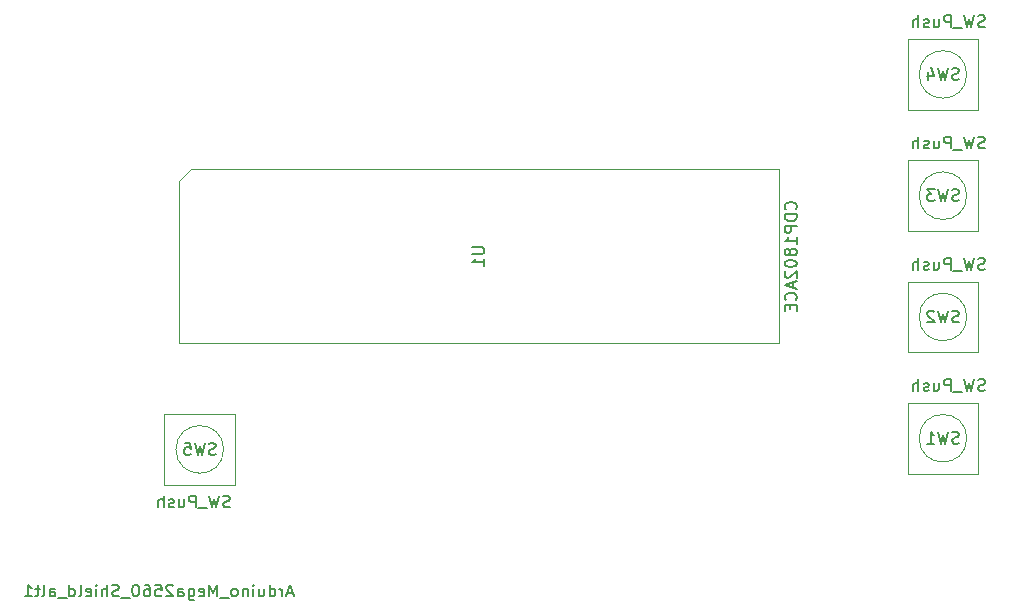
<source format=gbr>
G04 #@! TF.GenerationSoftware,KiCad,Pcbnew,(5.1.5)-2*
G04 #@! TF.CreationDate,2020-01-02T03:10:16+01:00*
G04 #@! TF.ProjectId,CDP1802_Tester,43445031-3830-4325-9f54-65737465722e,rev?*
G04 #@! TF.SameCoordinates,Original*
G04 #@! TF.FileFunction,Other,Fab,Bot*
%FSLAX46Y46*%
G04 Gerber Fmt 4.6, Leading zero omitted, Abs format (unit mm)*
G04 Created by KiCad (PCBNEW (5.1.5)-2) date 2020-01-02 03:10:16*
%MOMM*%
%LPD*%
G04 APERTURE LIST*
%ADD10C,0.100000*%
%ADD11C,0.150000*%
G04 APERTURE END LIST*
D10*
X179475564Y-59224998D02*
G75*
G03X179475564Y-59224998I-2015564J0D01*
G01*
X174460000Y-62224998D02*
X177460000Y-62224998D01*
X174460000Y-56224998D02*
X174460000Y-62224998D01*
X180460000Y-56224998D02*
X174460000Y-56224998D01*
X180460000Y-62224998D02*
X180460000Y-56224998D01*
X177460000Y-62224998D02*
X180460000Y-62224998D01*
X177460000Y-51956665D02*
X180460000Y-51956665D01*
X180460000Y-51956665D02*
X180460000Y-45956665D01*
X180460000Y-45956665D02*
X174460000Y-45956665D01*
X174460000Y-45956665D02*
X174460000Y-51956665D01*
X174460000Y-51956665D02*
X177460000Y-51956665D01*
X179475564Y-48956665D02*
G75*
G03X179475564Y-48956665I-2015564J0D01*
G01*
X179475564Y-38688333D02*
G75*
G03X179475564Y-38688333I-2015564J0D01*
G01*
X174460000Y-41688333D02*
X177460000Y-41688333D01*
X174460000Y-35688333D02*
X174460000Y-41688333D01*
X180460000Y-35688333D02*
X174460000Y-35688333D01*
X180460000Y-41688333D02*
X180460000Y-35688333D01*
X177460000Y-41688333D02*
X180460000Y-41688333D01*
X177460000Y-31420000D02*
X180460000Y-31420000D01*
X180460000Y-31420000D02*
X180460000Y-25420000D01*
X180460000Y-25420000D02*
X174460000Y-25420000D01*
X174460000Y-25420000D02*
X174460000Y-31420000D01*
X174460000Y-31420000D02*
X177460000Y-31420000D01*
X179475564Y-28420000D02*
G75*
G03X179475564Y-28420000I-2015564J0D01*
G01*
X113760000Y-36455000D02*
X112760000Y-37455000D01*
X163560000Y-36455000D02*
X113760000Y-36455000D01*
X163560000Y-51185000D02*
X163560000Y-36455000D01*
X112760000Y-51185000D02*
X163560000Y-51185000D01*
X112760000Y-37455000D02*
X112760000Y-51185000D01*
X116555564Y-60170000D02*
G75*
G03X116555564Y-60170000I-2015564J0D01*
G01*
X117540000Y-57170000D02*
X114540000Y-57170000D01*
X117540000Y-63170000D02*
X117540000Y-57170000D01*
X111540000Y-63170000D02*
X117540000Y-63170000D01*
X111540000Y-57170000D02*
X111540000Y-63170000D01*
X114540000Y-57170000D02*
X111540000Y-57170000D01*
D11*
X122402334Y-72337665D02*
X121926143Y-72337665D01*
X122497572Y-72623379D02*
X122164239Y-71623379D01*
X121830905Y-72623379D01*
X121497572Y-72623379D02*
X121497572Y-71956713D01*
X121497572Y-72147189D02*
X121449953Y-72051951D01*
X121402334Y-72004332D01*
X121307096Y-71956713D01*
X121211858Y-71956713D01*
X120449953Y-72623379D02*
X120449953Y-71623379D01*
X120449953Y-72575760D02*
X120545191Y-72623379D01*
X120735667Y-72623379D01*
X120830905Y-72575760D01*
X120878524Y-72528141D01*
X120926143Y-72432903D01*
X120926143Y-72147189D01*
X120878524Y-72051951D01*
X120830905Y-72004332D01*
X120735667Y-71956713D01*
X120545191Y-71956713D01*
X120449953Y-72004332D01*
X119545191Y-71956713D02*
X119545191Y-72623379D01*
X119973762Y-71956713D02*
X119973762Y-72480522D01*
X119926143Y-72575760D01*
X119830905Y-72623379D01*
X119688048Y-72623379D01*
X119592810Y-72575760D01*
X119545191Y-72528141D01*
X119069001Y-72623379D02*
X119069001Y-71956713D01*
X119069001Y-71623379D02*
X119116620Y-71670999D01*
X119069001Y-71718618D01*
X119021381Y-71670999D01*
X119069001Y-71623379D01*
X119069001Y-71718618D01*
X118592810Y-71956713D02*
X118592810Y-72623379D01*
X118592810Y-72051951D02*
X118545191Y-72004332D01*
X118449953Y-71956713D01*
X118307096Y-71956713D01*
X118211858Y-72004332D01*
X118164239Y-72099570D01*
X118164239Y-72623379D01*
X117545191Y-72623379D02*
X117640429Y-72575760D01*
X117688048Y-72528141D01*
X117735667Y-72432903D01*
X117735667Y-72147189D01*
X117688048Y-72051951D01*
X117640429Y-72004332D01*
X117545191Y-71956713D01*
X117402334Y-71956713D01*
X117307096Y-72004332D01*
X117259477Y-72051951D01*
X117211858Y-72147189D01*
X117211858Y-72432903D01*
X117259477Y-72528141D01*
X117307096Y-72575760D01*
X117402334Y-72623379D01*
X117545191Y-72623379D01*
X117021381Y-72718618D02*
X116259477Y-72718618D01*
X116021381Y-72623379D02*
X116021381Y-71623379D01*
X115688048Y-72337665D01*
X115354715Y-71623379D01*
X115354715Y-72623379D01*
X114497572Y-72575760D02*
X114592810Y-72623379D01*
X114783286Y-72623379D01*
X114878524Y-72575760D01*
X114926143Y-72480522D01*
X114926143Y-72099570D01*
X114878524Y-72004332D01*
X114783286Y-71956713D01*
X114592810Y-71956713D01*
X114497572Y-72004332D01*
X114449953Y-72099570D01*
X114449953Y-72194808D01*
X114926143Y-72290046D01*
X113592810Y-71956713D02*
X113592810Y-72766237D01*
X113640429Y-72861475D01*
X113688048Y-72909094D01*
X113783286Y-72956713D01*
X113926143Y-72956713D01*
X114021381Y-72909094D01*
X113592810Y-72575760D02*
X113688048Y-72623379D01*
X113878524Y-72623379D01*
X113973762Y-72575760D01*
X114021381Y-72528141D01*
X114069001Y-72432903D01*
X114069001Y-72147189D01*
X114021381Y-72051951D01*
X113973762Y-72004332D01*
X113878524Y-71956713D01*
X113688048Y-71956713D01*
X113592810Y-72004332D01*
X112688048Y-72623379D02*
X112688048Y-72099570D01*
X112735667Y-72004332D01*
X112830905Y-71956713D01*
X113021381Y-71956713D01*
X113116620Y-72004332D01*
X112688048Y-72575760D02*
X112783286Y-72623379D01*
X113021381Y-72623379D01*
X113116620Y-72575760D01*
X113164239Y-72480522D01*
X113164239Y-72385284D01*
X113116620Y-72290046D01*
X113021381Y-72242427D01*
X112783286Y-72242427D01*
X112688048Y-72194808D01*
X112259477Y-71718618D02*
X112211858Y-71670999D01*
X112116620Y-71623379D01*
X111878524Y-71623379D01*
X111783286Y-71670999D01*
X111735667Y-71718618D01*
X111688048Y-71813856D01*
X111688048Y-71909094D01*
X111735667Y-72051951D01*
X112307096Y-72623379D01*
X111688048Y-72623379D01*
X110783286Y-71623379D02*
X111259477Y-71623379D01*
X111307096Y-72099570D01*
X111259477Y-72051951D01*
X111164239Y-72004332D01*
X110926143Y-72004332D01*
X110830905Y-72051951D01*
X110783286Y-72099570D01*
X110735667Y-72194808D01*
X110735667Y-72432903D01*
X110783286Y-72528141D01*
X110830905Y-72575760D01*
X110926143Y-72623379D01*
X111164239Y-72623379D01*
X111259477Y-72575760D01*
X111307096Y-72528141D01*
X109878524Y-71623379D02*
X110069001Y-71623379D01*
X110164239Y-71670999D01*
X110211858Y-71718618D01*
X110307096Y-71861475D01*
X110354715Y-72051951D01*
X110354715Y-72432903D01*
X110307096Y-72528141D01*
X110259477Y-72575760D01*
X110164239Y-72623379D01*
X109973762Y-72623379D01*
X109878524Y-72575760D01*
X109830905Y-72528141D01*
X109783286Y-72432903D01*
X109783286Y-72194808D01*
X109830905Y-72099570D01*
X109878524Y-72051951D01*
X109973762Y-72004332D01*
X110164239Y-72004332D01*
X110259477Y-72051951D01*
X110307096Y-72099570D01*
X110354715Y-72194808D01*
X109164239Y-71623379D02*
X109069001Y-71623379D01*
X108973762Y-71670999D01*
X108926143Y-71718618D01*
X108878524Y-71813856D01*
X108830905Y-72004332D01*
X108830905Y-72242427D01*
X108878524Y-72432903D01*
X108926143Y-72528141D01*
X108973762Y-72575760D01*
X109069001Y-72623379D01*
X109164239Y-72623379D01*
X109259477Y-72575760D01*
X109307096Y-72528141D01*
X109354715Y-72432903D01*
X109402334Y-72242427D01*
X109402334Y-72004332D01*
X109354715Y-71813856D01*
X109307096Y-71718618D01*
X109259477Y-71670999D01*
X109164239Y-71623379D01*
X108640429Y-72718618D02*
X107878524Y-72718618D01*
X107688048Y-72575760D02*
X107545191Y-72623379D01*
X107307096Y-72623379D01*
X107211858Y-72575760D01*
X107164239Y-72528141D01*
X107116620Y-72432903D01*
X107116620Y-72337665D01*
X107164239Y-72242427D01*
X107211858Y-72194808D01*
X107307096Y-72147189D01*
X107497572Y-72099570D01*
X107592810Y-72051951D01*
X107640429Y-72004332D01*
X107688048Y-71909094D01*
X107688048Y-71813856D01*
X107640429Y-71718618D01*
X107592810Y-71670999D01*
X107497572Y-71623379D01*
X107259477Y-71623379D01*
X107116620Y-71670999D01*
X106688048Y-72623379D02*
X106688048Y-71623379D01*
X106259477Y-72623379D02*
X106259477Y-72099570D01*
X106307096Y-72004332D01*
X106402334Y-71956713D01*
X106545191Y-71956713D01*
X106640429Y-72004332D01*
X106688048Y-72051951D01*
X105783286Y-72623379D02*
X105783286Y-71956713D01*
X105783286Y-71623379D02*
X105830905Y-71670999D01*
X105783286Y-71718618D01*
X105735667Y-71670999D01*
X105783286Y-71623379D01*
X105783286Y-71718618D01*
X104926143Y-72575760D02*
X105021381Y-72623379D01*
X105211858Y-72623379D01*
X105307096Y-72575760D01*
X105354715Y-72480522D01*
X105354715Y-72099570D01*
X105307096Y-72004332D01*
X105211858Y-71956713D01*
X105021381Y-71956713D01*
X104926143Y-72004332D01*
X104878524Y-72099570D01*
X104878524Y-72194808D01*
X105354715Y-72290046D01*
X104307096Y-72623379D02*
X104402334Y-72575760D01*
X104449953Y-72480522D01*
X104449953Y-71623379D01*
X103497572Y-72623379D02*
X103497572Y-71623379D01*
X103497572Y-72575760D02*
X103592810Y-72623379D01*
X103783286Y-72623379D01*
X103878524Y-72575760D01*
X103926143Y-72528141D01*
X103973762Y-72432903D01*
X103973762Y-72147189D01*
X103926143Y-72051951D01*
X103878524Y-72004332D01*
X103783286Y-71956713D01*
X103592810Y-71956713D01*
X103497572Y-72004332D01*
X103259477Y-72718618D02*
X102497572Y-72718618D01*
X101830905Y-72623379D02*
X101830905Y-72099570D01*
X101878524Y-72004332D01*
X101973762Y-71956713D01*
X102164239Y-71956713D01*
X102259477Y-72004332D01*
X101830905Y-72575760D02*
X101926143Y-72623379D01*
X102164239Y-72623379D01*
X102259477Y-72575760D01*
X102307096Y-72480522D01*
X102307096Y-72385284D01*
X102259477Y-72290046D01*
X102164239Y-72242427D01*
X101926143Y-72242427D01*
X101830905Y-72194808D01*
X101211858Y-72623379D02*
X101307096Y-72575760D01*
X101354715Y-72480522D01*
X101354715Y-71623379D01*
X100973762Y-71956713D02*
X100592810Y-71956713D01*
X100830905Y-71623379D02*
X100830905Y-72480522D01*
X100783286Y-72575760D01*
X100688048Y-72623379D01*
X100592810Y-72623379D01*
X99735667Y-72623379D02*
X100307096Y-72623379D01*
X100021381Y-72623379D02*
X100021381Y-71623379D01*
X100116620Y-71766237D01*
X100211858Y-71861475D01*
X100307096Y-71909094D01*
X181007619Y-55179759D02*
X180864761Y-55227378D01*
X180626666Y-55227378D01*
X180531428Y-55179759D01*
X180483809Y-55132140D01*
X180436190Y-55036902D01*
X180436190Y-54941664D01*
X180483809Y-54846426D01*
X180531428Y-54798807D01*
X180626666Y-54751188D01*
X180817142Y-54703569D01*
X180912380Y-54655950D01*
X180960000Y-54608331D01*
X181007619Y-54513093D01*
X181007619Y-54417855D01*
X180960000Y-54322617D01*
X180912380Y-54274998D01*
X180817142Y-54227378D01*
X180579047Y-54227378D01*
X180436190Y-54274998D01*
X180102857Y-54227378D02*
X179864761Y-55227378D01*
X179674285Y-54513093D01*
X179483809Y-55227378D01*
X179245714Y-54227378D01*
X179102857Y-55322617D02*
X178340952Y-55322617D01*
X178102857Y-55227378D02*
X178102857Y-54227378D01*
X177721904Y-54227378D01*
X177626666Y-54274998D01*
X177579047Y-54322617D01*
X177531428Y-54417855D01*
X177531428Y-54560712D01*
X177579047Y-54655950D01*
X177626666Y-54703569D01*
X177721904Y-54751188D01*
X178102857Y-54751188D01*
X176674285Y-54560712D02*
X176674285Y-55227378D01*
X177102857Y-54560712D02*
X177102857Y-55084521D01*
X177055238Y-55179759D01*
X176960000Y-55227378D01*
X176817142Y-55227378D01*
X176721904Y-55179759D01*
X176674285Y-55132140D01*
X176245714Y-55179759D02*
X176150476Y-55227378D01*
X175960000Y-55227378D01*
X175864761Y-55179759D01*
X175817142Y-55084521D01*
X175817142Y-55036902D01*
X175864761Y-54941664D01*
X175960000Y-54894045D01*
X176102857Y-54894045D01*
X176198095Y-54846426D01*
X176245714Y-54751188D01*
X176245714Y-54703569D01*
X176198095Y-54608331D01*
X176102857Y-54560712D01*
X175960000Y-54560712D01*
X175864761Y-54608331D01*
X175388571Y-55227378D02*
X175388571Y-54227378D01*
X174960000Y-55227378D02*
X174960000Y-54703569D01*
X175007619Y-54608331D01*
X175102857Y-54560712D01*
X175245714Y-54560712D01*
X175340952Y-54608331D01*
X175388571Y-54655950D01*
X178793333Y-59629759D02*
X178650476Y-59677378D01*
X178412380Y-59677378D01*
X178317142Y-59629759D01*
X178269523Y-59582140D01*
X178221904Y-59486902D01*
X178221904Y-59391664D01*
X178269523Y-59296426D01*
X178317142Y-59248807D01*
X178412380Y-59201188D01*
X178602857Y-59153569D01*
X178698095Y-59105950D01*
X178745714Y-59058331D01*
X178793333Y-58963093D01*
X178793333Y-58867855D01*
X178745714Y-58772617D01*
X178698095Y-58724998D01*
X178602857Y-58677378D01*
X178364761Y-58677378D01*
X178221904Y-58724998D01*
X177888571Y-58677378D02*
X177650476Y-59677378D01*
X177460000Y-58963093D01*
X177269523Y-59677378D01*
X177031428Y-58677378D01*
X176126666Y-59677378D02*
X176698095Y-59677378D01*
X176412380Y-59677378D02*
X176412380Y-58677378D01*
X176507619Y-58820236D01*
X176602857Y-58915474D01*
X176698095Y-58963093D01*
X181007619Y-44911426D02*
X180864761Y-44959045D01*
X180626666Y-44959045D01*
X180531428Y-44911426D01*
X180483809Y-44863807D01*
X180436190Y-44768569D01*
X180436190Y-44673331D01*
X180483809Y-44578093D01*
X180531428Y-44530474D01*
X180626666Y-44482855D01*
X180817142Y-44435236D01*
X180912380Y-44387617D01*
X180960000Y-44339998D01*
X181007619Y-44244760D01*
X181007619Y-44149522D01*
X180960000Y-44054284D01*
X180912380Y-44006665D01*
X180817142Y-43959045D01*
X180579047Y-43959045D01*
X180436190Y-44006665D01*
X180102857Y-43959045D02*
X179864761Y-44959045D01*
X179674285Y-44244760D01*
X179483809Y-44959045D01*
X179245714Y-43959045D01*
X179102857Y-45054284D02*
X178340952Y-45054284D01*
X178102857Y-44959045D02*
X178102857Y-43959045D01*
X177721904Y-43959045D01*
X177626666Y-44006665D01*
X177579047Y-44054284D01*
X177531428Y-44149522D01*
X177531428Y-44292379D01*
X177579047Y-44387617D01*
X177626666Y-44435236D01*
X177721904Y-44482855D01*
X178102857Y-44482855D01*
X176674285Y-44292379D02*
X176674285Y-44959045D01*
X177102857Y-44292379D02*
X177102857Y-44816188D01*
X177055238Y-44911426D01*
X176960000Y-44959045D01*
X176817142Y-44959045D01*
X176721904Y-44911426D01*
X176674285Y-44863807D01*
X176245714Y-44911426D02*
X176150476Y-44959045D01*
X175960000Y-44959045D01*
X175864761Y-44911426D01*
X175817142Y-44816188D01*
X175817142Y-44768569D01*
X175864761Y-44673331D01*
X175960000Y-44625712D01*
X176102857Y-44625712D01*
X176198095Y-44578093D01*
X176245714Y-44482855D01*
X176245714Y-44435236D01*
X176198095Y-44339998D01*
X176102857Y-44292379D01*
X175960000Y-44292379D01*
X175864761Y-44339998D01*
X175388571Y-44959045D02*
X175388571Y-43959045D01*
X174960000Y-44959045D02*
X174960000Y-44435236D01*
X175007619Y-44339998D01*
X175102857Y-44292379D01*
X175245714Y-44292379D01*
X175340952Y-44339998D01*
X175388571Y-44387617D01*
X178793333Y-49361426D02*
X178650476Y-49409045D01*
X178412380Y-49409045D01*
X178317142Y-49361426D01*
X178269523Y-49313807D01*
X178221904Y-49218569D01*
X178221904Y-49123331D01*
X178269523Y-49028093D01*
X178317142Y-48980474D01*
X178412380Y-48932855D01*
X178602857Y-48885236D01*
X178698095Y-48837617D01*
X178745714Y-48789998D01*
X178793333Y-48694760D01*
X178793333Y-48599522D01*
X178745714Y-48504284D01*
X178698095Y-48456665D01*
X178602857Y-48409045D01*
X178364761Y-48409045D01*
X178221904Y-48456665D01*
X177888571Y-48409045D02*
X177650476Y-49409045D01*
X177460000Y-48694760D01*
X177269523Y-49409045D01*
X177031428Y-48409045D01*
X176698095Y-48504284D02*
X176650476Y-48456665D01*
X176555238Y-48409045D01*
X176317142Y-48409045D01*
X176221904Y-48456665D01*
X176174285Y-48504284D01*
X176126666Y-48599522D01*
X176126666Y-48694760D01*
X176174285Y-48837617D01*
X176745714Y-49409045D01*
X176126666Y-49409045D01*
X181007619Y-34643094D02*
X180864761Y-34690713D01*
X180626666Y-34690713D01*
X180531428Y-34643094D01*
X180483809Y-34595475D01*
X180436190Y-34500237D01*
X180436190Y-34404999D01*
X180483809Y-34309761D01*
X180531428Y-34262142D01*
X180626666Y-34214523D01*
X180817142Y-34166904D01*
X180912380Y-34119285D01*
X180960000Y-34071666D01*
X181007619Y-33976428D01*
X181007619Y-33881190D01*
X180960000Y-33785952D01*
X180912380Y-33738333D01*
X180817142Y-33690713D01*
X180579047Y-33690713D01*
X180436190Y-33738333D01*
X180102857Y-33690713D02*
X179864761Y-34690713D01*
X179674285Y-33976428D01*
X179483809Y-34690713D01*
X179245714Y-33690713D01*
X179102857Y-34785952D02*
X178340952Y-34785952D01*
X178102857Y-34690713D02*
X178102857Y-33690713D01*
X177721904Y-33690713D01*
X177626666Y-33738333D01*
X177579047Y-33785952D01*
X177531428Y-33881190D01*
X177531428Y-34024047D01*
X177579047Y-34119285D01*
X177626666Y-34166904D01*
X177721904Y-34214523D01*
X178102857Y-34214523D01*
X176674285Y-34024047D02*
X176674285Y-34690713D01*
X177102857Y-34024047D02*
X177102857Y-34547856D01*
X177055238Y-34643094D01*
X176960000Y-34690713D01*
X176817142Y-34690713D01*
X176721904Y-34643094D01*
X176674285Y-34595475D01*
X176245714Y-34643094D02*
X176150476Y-34690713D01*
X175960000Y-34690713D01*
X175864761Y-34643094D01*
X175817142Y-34547856D01*
X175817142Y-34500237D01*
X175864761Y-34404999D01*
X175960000Y-34357380D01*
X176102857Y-34357380D01*
X176198095Y-34309761D01*
X176245714Y-34214523D01*
X176245714Y-34166904D01*
X176198095Y-34071666D01*
X176102857Y-34024047D01*
X175960000Y-34024047D01*
X175864761Y-34071666D01*
X175388571Y-34690713D02*
X175388571Y-33690713D01*
X174960000Y-34690713D02*
X174960000Y-34166904D01*
X175007619Y-34071666D01*
X175102857Y-34024047D01*
X175245714Y-34024047D01*
X175340952Y-34071666D01*
X175388571Y-34119285D01*
X178793333Y-39093094D02*
X178650476Y-39140713D01*
X178412380Y-39140713D01*
X178317142Y-39093094D01*
X178269523Y-39045475D01*
X178221904Y-38950237D01*
X178221904Y-38854999D01*
X178269523Y-38759761D01*
X178317142Y-38712142D01*
X178412380Y-38664523D01*
X178602857Y-38616904D01*
X178698095Y-38569285D01*
X178745714Y-38521666D01*
X178793333Y-38426428D01*
X178793333Y-38331190D01*
X178745714Y-38235952D01*
X178698095Y-38188333D01*
X178602857Y-38140713D01*
X178364761Y-38140713D01*
X178221904Y-38188333D01*
X177888571Y-38140713D02*
X177650476Y-39140713D01*
X177460000Y-38426428D01*
X177269523Y-39140713D01*
X177031428Y-38140713D01*
X176745714Y-38140713D02*
X176126666Y-38140713D01*
X176460000Y-38521666D01*
X176317142Y-38521666D01*
X176221904Y-38569285D01*
X176174285Y-38616904D01*
X176126666Y-38712142D01*
X176126666Y-38950237D01*
X176174285Y-39045475D01*
X176221904Y-39093094D01*
X176317142Y-39140713D01*
X176602857Y-39140713D01*
X176698095Y-39093094D01*
X176745714Y-39045475D01*
X181007619Y-24374761D02*
X180864761Y-24422380D01*
X180626666Y-24422380D01*
X180531428Y-24374761D01*
X180483809Y-24327142D01*
X180436190Y-24231904D01*
X180436190Y-24136666D01*
X180483809Y-24041428D01*
X180531428Y-23993809D01*
X180626666Y-23946190D01*
X180817142Y-23898571D01*
X180912380Y-23850952D01*
X180960000Y-23803333D01*
X181007619Y-23708095D01*
X181007619Y-23612857D01*
X180960000Y-23517619D01*
X180912380Y-23470000D01*
X180817142Y-23422380D01*
X180579047Y-23422380D01*
X180436190Y-23470000D01*
X180102857Y-23422380D02*
X179864761Y-24422380D01*
X179674285Y-23708095D01*
X179483809Y-24422380D01*
X179245714Y-23422380D01*
X179102857Y-24517619D02*
X178340952Y-24517619D01*
X178102857Y-24422380D02*
X178102857Y-23422380D01*
X177721904Y-23422380D01*
X177626666Y-23470000D01*
X177579047Y-23517619D01*
X177531428Y-23612857D01*
X177531428Y-23755714D01*
X177579047Y-23850952D01*
X177626666Y-23898571D01*
X177721904Y-23946190D01*
X178102857Y-23946190D01*
X176674285Y-23755714D02*
X176674285Y-24422380D01*
X177102857Y-23755714D02*
X177102857Y-24279523D01*
X177055238Y-24374761D01*
X176960000Y-24422380D01*
X176817142Y-24422380D01*
X176721904Y-24374761D01*
X176674285Y-24327142D01*
X176245714Y-24374761D02*
X176150476Y-24422380D01*
X175960000Y-24422380D01*
X175864761Y-24374761D01*
X175817142Y-24279523D01*
X175817142Y-24231904D01*
X175864761Y-24136666D01*
X175960000Y-24089047D01*
X176102857Y-24089047D01*
X176198095Y-24041428D01*
X176245714Y-23946190D01*
X176245714Y-23898571D01*
X176198095Y-23803333D01*
X176102857Y-23755714D01*
X175960000Y-23755714D01*
X175864761Y-23803333D01*
X175388571Y-24422380D02*
X175388571Y-23422380D01*
X174960000Y-24422380D02*
X174960000Y-23898571D01*
X175007619Y-23803333D01*
X175102857Y-23755714D01*
X175245714Y-23755714D01*
X175340952Y-23803333D01*
X175388571Y-23850952D01*
X178793333Y-28824761D02*
X178650476Y-28872380D01*
X178412380Y-28872380D01*
X178317142Y-28824761D01*
X178269523Y-28777142D01*
X178221904Y-28681904D01*
X178221904Y-28586666D01*
X178269523Y-28491428D01*
X178317142Y-28443809D01*
X178412380Y-28396190D01*
X178602857Y-28348571D01*
X178698095Y-28300952D01*
X178745714Y-28253333D01*
X178793333Y-28158095D01*
X178793333Y-28062857D01*
X178745714Y-27967619D01*
X178698095Y-27920000D01*
X178602857Y-27872380D01*
X178364761Y-27872380D01*
X178221904Y-27920000D01*
X177888571Y-27872380D02*
X177650476Y-28872380D01*
X177460000Y-28158095D01*
X177269523Y-28872380D01*
X177031428Y-27872380D01*
X176221904Y-28205714D02*
X176221904Y-28872380D01*
X176460000Y-27824761D02*
X176698095Y-28539047D01*
X176079047Y-28539047D01*
X164977142Y-39843809D02*
X165024761Y-39796190D01*
X165072380Y-39653333D01*
X165072380Y-39558095D01*
X165024761Y-39415238D01*
X164929523Y-39320000D01*
X164834285Y-39272380D01*
X164643809Y-39224761D01*
X164500952Y-39224761D01*
X164310476Y-39272380D01*
X164215238Y-39320000D01*
X164120000Y-39415238D01*
X164072380Y-39558095D01*
X164072380Y-39653333D01*
X164120000Y-39796190D01*
X164167619Y-39843809D01*
X165072380Y-40272380D02*
X164072380Y-40272380D01*
X164072380Y-40510476D01*
X164120000Y-40653333D01*
X164215238Y-40748571D01*
X164310476Y-40796190D01*
X164500952Y-40843809D01*
X164643809Y-40843809D01*
X164834285Y-40796190D01*
X164929523Y-40748571D01*
X165024761Y-40653333D01*
X165072380Y-40510476D01*
X165072380Y-40272380D01*
X165072380Y-41272380D02*
X164072380Y-41272380D01*
X164072380Y-41653333D01*
X164120000Y-41748571D01*
X164167619Y-41796190D01*
X164262857Y-41843809D01*
X164405714Y-41843809D01*
X164500952Y-41796190D01*
X164548571Y-41748571D01*
X164596190Y-41653333D01*
X164596190Y-41272380D01*
X165072380Y-42796190D02*
X165072380Y-42224761D01*
X165072380Y-42510476D02*
X164072380Y-42510476D01*
X164215238Y-42415238D01*
X164310476Y-42320000D01*
X164358095Y-42224761D01*
X164500952Y-43367619D02*
X164453333Y-43272380D01*
X164405714Y-43224761D01*
X164310476Y-43177142D01*
X164262857Y-43177142D01*
X164167619Y-43224761D01*
X164120000Y-43272380D01*
X164072380Y-43367619D01*
X164072380Y-43558095D01*
X164120000Y-43653333D01*
X164167619Y-43700952D01*
X164262857Y-43748571D01*
X164310476Y-43748571D01*
X164405714Y-43700952D01*
X164453333Y-43653333D01*
X164500952Y-43558095D01*
X164500952Y-43367619D01*
X164548571Y-43272380D01*
X164596190Y-43224761D01*
X164691428Y-43177142D01*
X164881904Y-43177142D01*
X164977142Y-43224761D01*
X165024761Y-43272380D01*
X165072380Y-43367619D01*
X165072380Y-43558095D01*
X165024761Y-43653333D01*
X164977142Y-43700952D01*
X164881904Y-43748571D01*
X164691428Y-43748571D01*
X164596190Y-43700952D01*
X164548571Y-43653333D01*
X164500952Y-43558095D01*
X164072380Y-44367619D02*
X164072380Y-44462857D01*
X164120000Y-44558095D01*
X164167619Y-44605714D01*
X164262857Y-44653333D01*
X164453333Y-44700952D01*
X164691428Y-44700952D01*
X164881904Y-44653333D01*
X164977142Y-44605714D01*
X165024761Y-44558095D01*
X165072380Y-44462857D01*
X165072380Y-44367619D01*
X165024761Y-44272380D01*
X164977142Y-44224761D01*
X164881904Y-44177142D01*
X164691428Y-44129523D01*
X164453333Y-44129523D01*
X164262857Y-44177142D01*
X164167619Y-44224761D01*
X164120000Y-44272380D01*
X164072380Y-44367619D01*
X164167619Y-45081904D02*
X164120000Y-45129523D01*
X164072380Y-45224761D01*
X164072380Y-45462857D01*
X164120000Y-45558095D01*
X164167619Y-45605714D01*
X164262857Y-45653333D01*
X164358095Y-45653333D01*
X164500952Y-45605714D01*
X165072380Y-45034285D01*
X165072380Y-45653333D01*
X164786666Y-46034285D02*
X164786666Y-46510476D01*
X165072380Y-45939047D02*
X164072380Y-46272380D01*
X165072380Y-46605714D01*
X164977142Y-47510476D02*
X165024761Y-47462857D01*
X165072380Y-47320000D01*
X165072380Y-47224761D01*
X165024761Y-47081904D01*
X164929523Y-46986666D01*
X164834285Y-46939047D01*
X164643809Y-46891428D01*
X164500952Y-46891428D01*
X164310476Y-46939047D01*
X164215238Y-46986666D01*
X164120000Y-47081904D01*
X164072380Y-47224761D01*
X164072380Y-47320000D01*
X164120000Y-47462857D01*
X164167619Y-47510476D01*
X164548571Y-47939047D02*
X164548571Y-48272380D01*
X165072380Y-48415238D02*
X165072380Y-47939047D01*
X164072380Y-47939047D01*
X164072380Y-48415238D01*
X137612380Y-43058095D02*
X138421904Y-43058095D01*
X138517142Y-43105714D01*
X138564761Y-43153333D01*
X138612380Y-43248571D01*
X138612380Y-43439047D01*
X138564761Y-43534285D01*
X138517142Y-43581904D01*
X138421904Y-43629523D01*
X137612380Y-43629523D01*
X138612380Y-44629523D02*
X138612380Y-44058095D01*
X138612380Y-44343809D02*
X137612380Y-44343809D01*
X137755238Y-44248571D01*
X137850476Y-44153333D01*
X137898095Y-44058095D01*
X117087619Y-65024761D02*
X116944761Y-65072380D01*
X116706666Y-65072380D01*
X116611428Y-65024761D01*
X116563809Y-64977142D01*
X116516190Y-64881904D01*
X116516190Y-64786666D01*
X116563809Y-64691428D01*
X116611428Y-64643809D01*
X116706666Y-64596190D01*
X116897142Y-64548571D01*
X116992380Y-64500952D01*
X117040000Y-64453333D01*
X117087619Y-64358095D01*
X117087619Y-64262857D01*
X117040000Y-64167619D01*
X116992380Y-64120000D01*
X116897142Y-64072380D01*
X116659047Y-64072380D01*
X116516190Y-64120000D01*
X116182857Y-64072380D02*
X115944761Y-65072380D01*
X115754285Y-64358095D01*
X115563809Y-65072380D01*
X115325714Y-64072380D01*
X115182857Y-65167619D02*
X114420952Y-65167619D01*
X114182857Y-65072380D02*
X114182857Y-64072380D01*
X113801904Y-64072380D01*
X113706666Y-64120000D01*
X113659047Y-64167619D01*
X113611428Y-64262857D01*
X113611428Y-64405714D01*
X113659047Y-64500952D01*
X113706666Y-64548571D01*
X113801904Y-64596190D01*
X114182857Y-64596190D01*
X112754285Y-64405714D02*
X112754285Y-65072380D01*
X113182857Y-64405714D02*
X113182857Y-64929523D01*
X113135238Y-65024761D01*
X113040000Y-65072380D01*
X112897142Y-65072380D01*
X112801904Y-65024761D01*
X112754285Y-64977142D01*
X112325714Y-65024761D02*
X112230476Y-65072380D01*
X112040000Y-65072380D01*
X111944761Y-65024761D01*
X111897142Y-64929523D01*
X111897142Y-64881904D01*
X111944761Y-64786666D01*
X112040000Y-64739047D01*
X112182857Y-64739047D01*
X112278095Y-64691428D01*
X112325714Y-64596190D01*
X112325714Y-64548571D01*
X112278095Y-64453333D01*
X112182857Y-64405714D01*
X112040000Y-64405714D01*
X111944761Y-64453333D01*
X111468571Y-65072380D02*
X111468571Y-64072380D01*
X111040000Y-65072380D02*
X111040000Y-64548571D01*
X111087619Y-64453333D01*
X111182857Y-64405714D01*
X111325714Y-64405714D01*
X111420952Y-64453333D01*
X111468571Y-64500952D01*
X115873333Y-60574761D02*
X115730476Y-60622380D01*
X115492380Y-60622380D01*
X115397142Y-60574761D01*
X115349523Y-60527142D01*
X115301904Y-60431904D01*
X115301904Y-60336666D01*
X115349523Y-60241428D01*
X115397142Y-60193809D01*
X115492380Y-60146190D01*
X115682857Y-60098571D01*
X115778095Y-60050952D01*
X115825714Y-60003333D01*
X115873333Y-59908095D01*
X115873333Y-59812857D01*
X115825714Y-59717619D01*
X115778095Y-59670000D01*
X115682857Y-59622380D01*
X115444761Y-59622380D01*
X115301904Y-59670000D01*
X114968571Y-59622380D02*
X114730476Y-60622380D01*
X114540000Y-59908095D01*
X114349523Y-60622380D01*
X114111428Y-59622380D01*
X113254285Y-59622380D02*
X113730476Y-59622380D01*
X113778095Y-60098571D01*
X113730476Y-60050952D01*
X113635238Y-60003333D01*
X113397142Y-60003333D01*
X113301904Y-60050952D01*
X113254285Y-60098571D01*
X113206666Y-60193809D01*
X113206666Y-60431904D01*
X113254285Y-60527142D01*
X113301904Y-60574761D01*
X113397142Y-60622380D01*
X113635238Y-60622380D01*
X113730476Y-60574761D01*
X113778095Y-60527142D01*
M02*

</source>
